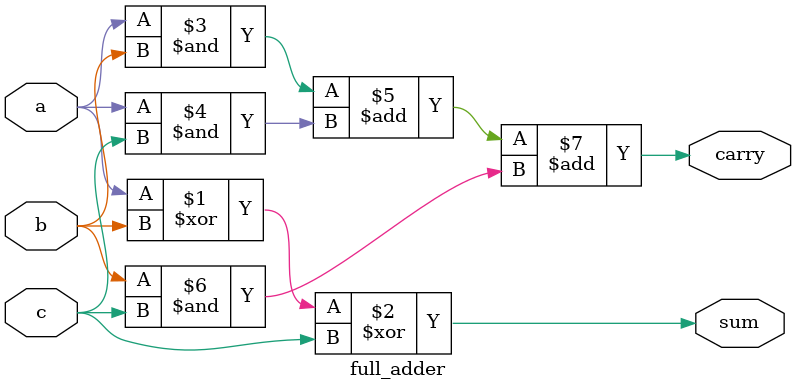
<source format=v>
module full_adder(a,b,c,sum,carry);
    input a,b,c;
    output sum,carry;
    assign sum=a^b^c;
    assign carry=(a&b)+(a&c)+(b&c);
endmodule
</source>
